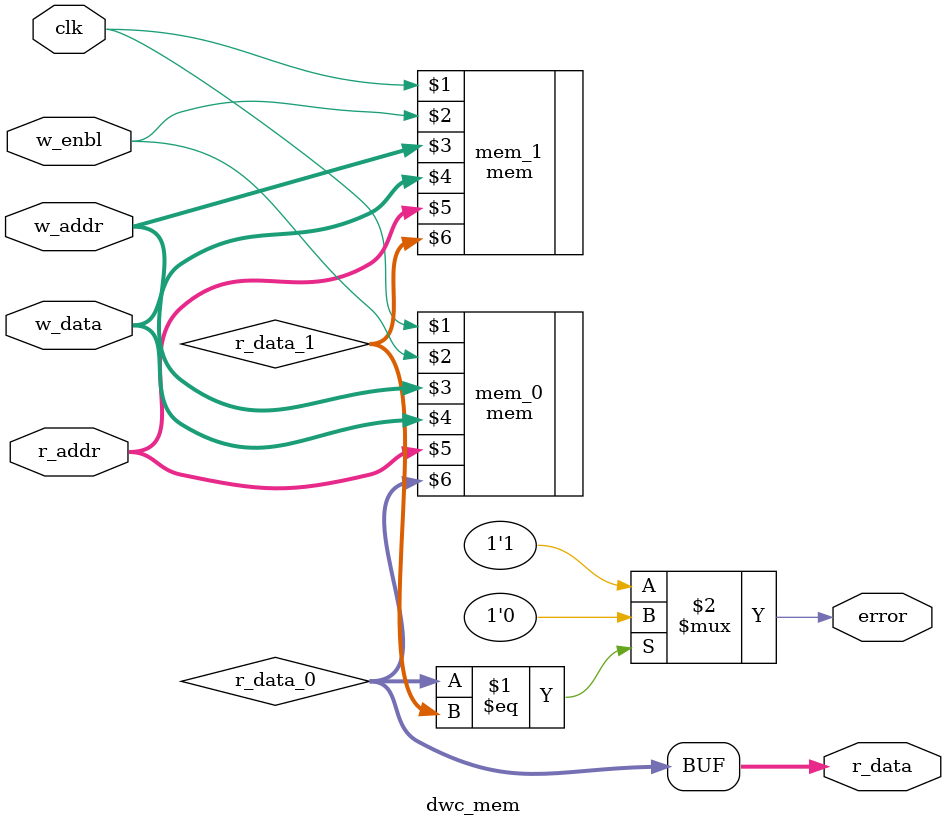
<source format=sv>
module dwc_mem
#(
	parameter bits = 8,
	parameter words = (2*2),
	parameter address = $clog2(words) //ceil(log2(words))
)
(
	input logic clk,
	input logic w_enbl,
	input logic [address-1:0] w_addr,
	input logic [bits-1:0] w_data,
	input logic [address-1:0] r_addr,
	output logic [bits-1:0] r_data,
	output logic error
);

	logic [bits-1:0] r_data_0;
	(* dont_touch = "true" *) mem #(bits, words) mem_0(clk, w_enbl, w_addr, w_data, r_addr, r_data_0);
	logic [bits-1:0] r_data_1;
	(* dont_touch = "true" *) mem #(bits, words) mem_1(clk, w_enbl, w_addr, w_data, r_addr, r_data_1);
	assign r_data = r_data_0;
	assign error = (r_data_0 == r_data_1) ? 1'b0:1'b1;

endmodule

</source>
